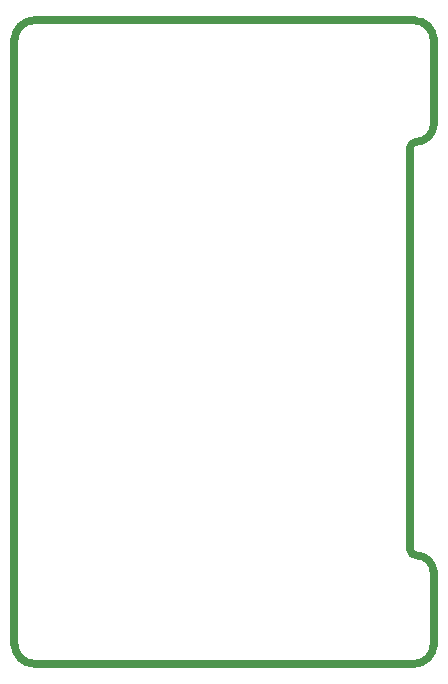
<source format=gko>
G04*
G04 #@! TF.GenerationSoftware,Altium Limited,Altium Designer,25.3.2 (17)*
G04*
G04 Layer_Color=16711935*
%FSLAX44Y44*%
%MOMM*%
G71*
G04*
G04 #@! TF.SameCoordinates,D9C597C5-9DFD-42FE-9E8E-5E5B82B02BC8*
G04*
G04*
G04 #@! TF.FilePolarity,Positive*
G04*
G01*
G75*
%ADD53C,0.6440*%
D53*
X349968Y451758D02*
G03*
X349999Y451727I31J0D01*
G01*
X12000Y540000D02*
G03*
X-5000Y523000I0J-17000D01*
G01*
X349988Y72599D02*
G03*
X349978Y72590I0J-10D01*
G01*
X350000Y523000D02*
G03*
X333000Y540000I-17000J0D01*
G01*
Y-5000D02*
G03*
X350000Y12000I0J17000D01*
G01*
X330000Y92000D02*
G03*
X335000Y87000I5000J0D01*
G01*
X-5000Y12000D02*
G03*
X12000Y-5000I17000J0D01*
G01*
X334990Y437000D02*
G03*
X330001Y432000I11J-5000D01*
G01*
X350001Y524018D02*
G03*
X349968Y524051I-33J0D01*
G01*
X335001Y437000D02*
G03*
X350001Y452000I0J15000D01*
G01*
X349999Y523987D02*
G03*
X349968Y524018I-31J0D01*
G01*
X350000Y72000D02*
G03*
X335000Y87000I-15000J0D01*
G01*
X-5000Y12000D02*
Y523000D01*
X330000Y92000D02*
Y431903D01*
X349978Y11135D02*
Y72590D01*
X349999Y451758D02*
Y523987D01*
X12000Y-5000D02*
X333000D01*
X12000Y540000D02*
X333000D01*
M02*

</source>
